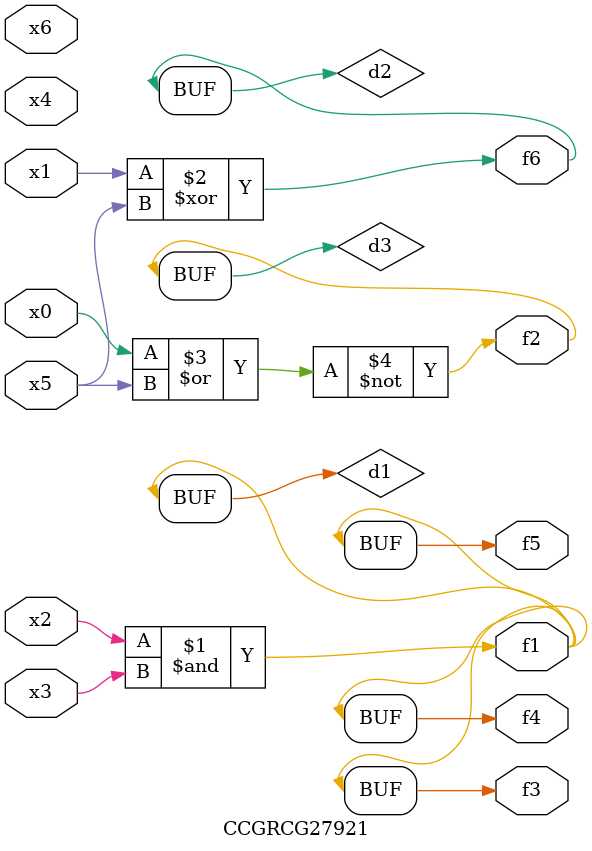
<source format=v>
module CCGRCG27921(
	input x0, x1, x2, x3, x4, x5, x6,
	output f1, f2, f3, f4, f5, f6
);

	wire d1, d2, d3;

	and (d1, x2, x3);
	xor (d2, x1, x5);
	nor (d3, x0, x5);
	assign f1 = d1;
	assign f2 = d3;
	assign f3 = d1;
	assign f4 = d1;
	assign f5 = d1;
	assign f6 = d2;
endmodule

</source>
